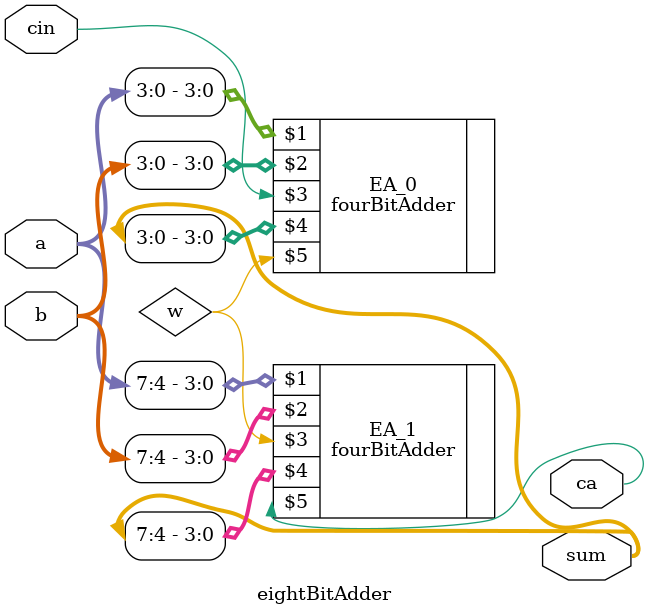
<source format=v>
`include "fourBitAdder.v"

module eightBitAdder(a,b,cin,sum,ca);

input[7:0] a,b;
input cin;

output[7:0]sum;
output ca;

wire w;

fourBitAdder EA_0 (a[3:0],b[3:0],cin,sum[3:0],w);
fourBitAdder EA_1 (a[7:4],b[7:4],w,sum[7:4],ca);

endmodule

</source>
